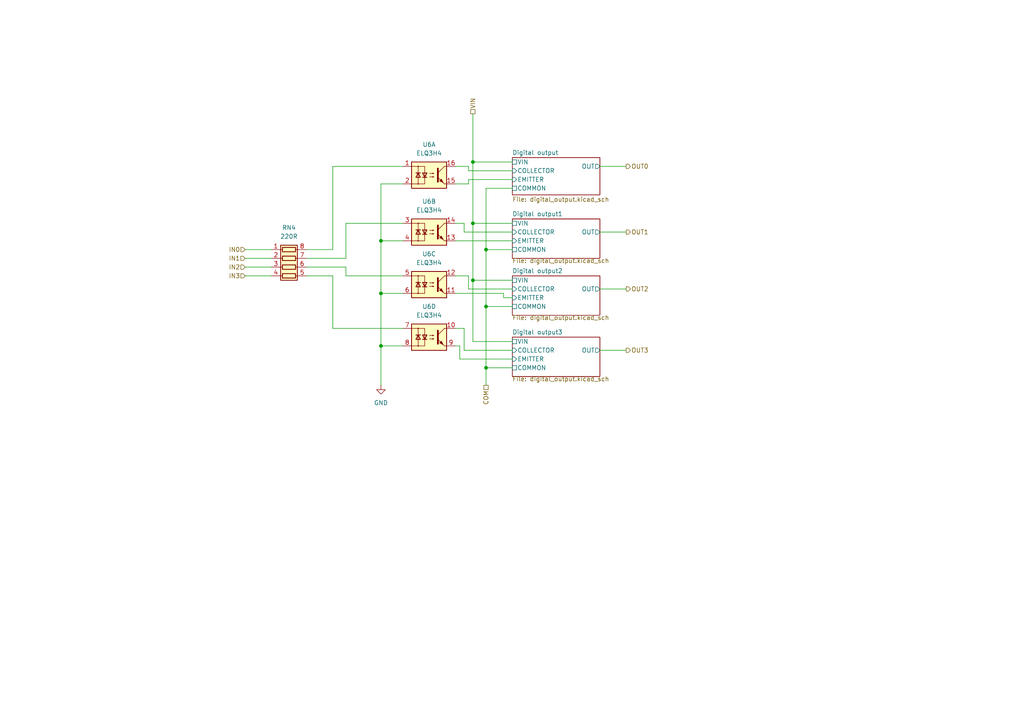
<source format=kicad_sch>
(kicad_sch (version 20231120) (generator "eeschema") (generator_version "8.0")
  (paper "A4")
  (lib_symbols
    (symbol "Device:R_Pack04" (pin_names (offset 0) hide)
      (property "Reference" "RN" (at -7.62 0 90))
      (property "Value" "R_Pack04" (at 5.08 0 90))
      (symbol "R_Pack04_0_1"
        (rectangle (start -6.35 -2.413) (end 3.81 2.413) (stroke (width 0.254)) (fill (type background)))
        (rectangle (start -5.715 1.905) (end -4.445 -1.905) (stroke (width 0.254)))
        (rectangle (start -3.175 1.905) (end -1.905 -1.905) (stroke (width 0.254)))
        (rectangle (start -0.635 1.905) (end 0.635 -1.905) (stroke (width 0.254)))
        (polyline (pts (xy -5.08 -2.54) (xy -5.08 -1.905)))
        (polyline (pts (xy -5.08 1.905) (xy -5.08 2.54)))
        (polyline (pts (xy -2.54 -2.54) (xy -2.54 -1.905)))
        (polyline (pts (xy -2.54 1.905) (xy -2.54 2.54)))
        (polyline (pts (xy 0 -2.54) (xy 0 -1.905)))
        (polyline (pts (xy 0 1.905) (xy 0 2.54)))
        (polyline (pts (xy 2.54 -2.54) (xy 2.54 -1.905)))
        (polyline (pts (xy 2.54 1.905) (xy 2.54 2.54)))
        (rectangle (start 1.905 1.905) (end 3.175 -1.905) (stroke (width 0.254)))
      )
      (symbol "R_Pack04_1_1"
        (pin passive line (at -5.08 -5.08 90) (length 2.54) (name "R1.1") (number "1"))
        (pin passive line (at -2.54 -5.08 90) (length 2.54) (name "R2.1") (number "2"))
        (pin passive line (at 0 -5.08 90) (length 2.54) (name "R3.1") (number "3"))
        (pin passive line (at 2.54 -5.08 90) (length 2.54) (name "R4.1") (number "4"))
        (pin passive line (at 2.54 5.08 270) (length 2.54) (name "R4.2") (number "5"))
        (pin passive line (at 0 5.08 270) (length 2.54) (name "R3.2") (number "6"))
        (pin passive line (at -2.54 5.08 270) (length 2.54) (name "R2.2") (number "7"))
        (pin passive line (at -5.08 5.08 270) (length 2.54) (name "R1.2") (number "8"))
      )
    )
    (symbol "hadv-buffers-translators:ELQ3H4" (pin_names (offset 1.016))
      (property "Reference" "U" (at -5.08 5.08 0))
      (property "Value" "ELQ3H4" (at 0 5.08 0))
      (symbol "ELQ3H4_0_1"
        (rectangle (start -5.08 3.81) (end 5.08 -3.81) (stroke (width 0.254)) (fill (type background)))
        (circle (center -3.175 -2.54) (radius 0.127))
        (circle (center -3.175 2.54) (radius 0.127))
        (polyline (pts (xy -3.81 0.635) (xy -2.54 0.635)) (stroke (width 0.254)))
        (polyline (pts (xy -3.175 0.635) (xy -3.175 -2.54)))
        (polyline (pts (xy -3.175 0.635) (xy -3.175 2.54)))
        (polyline (pts (xy -1.905 -0.635) (xy -0.635 -0.635)) (stroke (width 0.254)))
        (polyline (pts (xy 2.54 0.635) (xy 4.445 2.54)))
        (polyline (pts (xy 4.445 -2.54) (xy 2.54 -0.635)) (fill (type outline)))
        (polyline (pts (xy 4.445 -2.54) (xy 5.08 -2.54)))
        (polyline (pts (xy 4.445 2.54) (xy 5.08 2.54)))
        (polyline (pts (xy -5.08 2.54) (xy -1.27 2.54) (xy -1.27 -0.635)))
        (polyline (pts (xy -1.27 -0.635) (xy -1.27 -2.54) (xy -5.08 -2.54)))
        (polyline (pts (xy 2.54 1.905) (xy 2.54 -1.905) (xy 2.54 -1.905)) (stroke (width 0.508)))
        (polyline (pts (xy -3.175 0.635) (xy -3.81 -0.635) (xy -2.54 -0.635) (xy -3.175 0.635)) (stroke (width 0.254)))
        (polyline (pts (xy -1.27 -0.635) (xy -1.905 0.635) (xy -0.635 0.635) (xy -1.27 -0.635)) (stroke (width 0.254)))
        (polyline (pts (xy 0.127 -0.508) (xy 1.397 -0.508) (xy 1.016 -0.635) (xy 1.016 -0.381) (xy 1.397 -0.508)))
        (polyline (pts (xy 0.127 0.508) (xy 1.397 0.508) (xy 1.016 0.381) (xy 1.016 0.635) (xy 1.397 0.508)))
        (polyline (pts (xy 3.048 -1.651) (xy 3.556 -1.143) (xy 4.064 -2.159) (xy 3.048 -1.651) (xy 3.048 -1.651)) (fill (type outline)))
      )
      (symbol "ELQ3H4_1_1"
        (pin passive line (at -7.62 2.54 0) (length 2.54) (name "~") (number "1"))
        (pin passive line (at 7.62 -2.54 180) (length 2.54) (name "~") (number "15"))
        (pin passive line (at 7.62 2.54 180) (length 2.54) (name "~") (number "16"))
        (pin passive line (at -7.62 -2.54 0) (length 2.54) (name "~") (number "2"))
      )
      (symbol "ELQ3H4_2_1"
        (pin passive line (at 7.62 -2.54 180) (length 2.54) (name "~") (number "13"))
        (pin passive line (at 7.62 2.54 180) (length 2.54) (name "~") (number "14"))
        (pin passive line (at -7.62 2.54 0) (length 2.54) (name "~") (number "3"))
        (pin passive line (at -7.62 -2.54 0) (length 2.54) (name "~") (number "4"))
      )
      (symbol "ELQ3H4_3_1"
        (pin passive line (at 7.62 -2.54 180) (length 2.54) (name "~") (number "11"))
        (pin passive line (at 7.62 2.54 180) (length 2.54) (name "~") (number "12"))
        (pin passive line (at -7.62 2.54 0) (length 2.54) (name "~") (number "5"))
        (pin passive line (at -7.62 -2.54 0) (length 2.54) (name "~") (number "6"))
      )
      (symbol "ELQ3H4_4_1"
        (pin passive line (at 7.62 2.54 180) (length 2.54) (name "~") (number "10"))
        (pin passive line (at -7.62 2.54 0) (length 2.54) (name "~") (number "7"))
        (pin passive line (at -7.62 -2.54 0) (length 2.54) (name "~") (number "8"))
        (pin passive line (at 7.62 -2.54 180) (length 2.54) (name "~") (number "9"))
      )
    )
    (symbol "power:GND" (power) (pin_numbers hide) (pin_names (offset 0) hide)
      (property "Value" "GND" (at 0 -3.81 0))
      (symbol "GND_0_1"
        (polyline (pts (xy 0 0) (xy 0 -1.27) (xy 1.27 -1.27) (xy 0 -2.54) (xy -1.27 -1.27) (xy 0 -1.27)))
      )
      (symbol "GND_1_1"
        (pin power_in line (at 0 0 270) (length 0) (name "~") (number "1"))
      )
    )
  )
  (junction (at 110.49 69.85))
  (junction (at 137.16 81.28))
  (junction (at 110.49 100.33))
  (junction (at 140.97 106.68))
  (junction (at 137.16 46.99))
  (junction (at 140.97 72.39))
  (junction (at 110.49 85.09))
  (junction (at 140.97 88.9))
  (junction (at 137.16 64.77))
  (wire (pts (xy 140.97 88.9) (xy 140.97 106.68)))
  (wire (pts (xy 137.16 99.06) (xy 137.16 81.28)))
  (wire (pts (xy 132.08 85.09) (xy 146.05 85.09)))
  (wire (pts (xy 110.49 100.33) (xy 110.49 111.76)))
  (wire (pts (xy 173.99 101.6) (xy 181.61 101.6)))
  (wire (pts (xy 148.59 81.28) (xy 137.16 81.28)))
  (wire (pts (xy 140.97 72.39) (xy 148.59 72.39)))
  (wire (pts (xy 146.05 85.09) (xy 146.05 86.36)))
  (wire (pts (xy 134.62 95.25) (xy 132.08 95.25)))
  (wire (pts (xy 96.52 48.26) (xy 116.84 48.26)))
  (wire (pts (xy 146.05 86.36) (xy 148.59 86.36)))
  (wire (pts (xy 140.97 88.9) (xy 148.59 88.9)))
  (wire (pts (xy 110.49 69.85) (xy 116.84 69.85)))
  (wire (pts (xy 133.35 104.14) (xy 148.59 104.14)))
  (wire (pts (xy 88.9 77.47) (xy 100.33 77.47)))
  (wire (pts (xy 137.16 46.99) (xy 137.16 33.02)))
  (wire (pts (xy 133.35 100.33) (xy 133.35 104.14)))
  (wire (pts (xy 148.59 49.53) (xy 135.89 49.53)))
  (wire (pts (xy 71.12 80.01) (xy 78.74 80.01)))
  (wire (pts (xy 88.9 72.39) (xy 96.52 72.39)))
  (wire (pts (xy 173.99 67.31) (xy 181.61 67.31)))
  (wire (pts (xy 135.89 53.34) (xy 135.89 52.07)))
  (wire (pts (xy 100.33 77.47) (xy 100.33 80.01)))
  (wire (pts (xy 110.49 53.34) (xy 110.49 69.85)))
  (wire (pts (xy 110.49 100.33) (xy 116.84 100.33)))
  (wire (pts (xy 140.97 106.68) (xy 148.59 106.68)))
  (wire (pts (xy 134.62 67.31) (xy 148.59 67.31)))
  (wire (pts (xy 134.62 101.6) (xy 134.62 95.25)))
  (wire (pts (xy 148.59 64.77) (xy 137.16 64.77)))
  (wire (pts (xy 88.9 74.93) (xy 100.33 74.93)))
  (wire (pts (xy 132.08 64.77) (xy 134.62 64.77)))
  (wire (pts (xy 116.84 53.34) (xy 110.49 53.34)))
  (wire (pts (xy 137.16 46.99) (xy 148.59 46.99)))
  (wire (pts (xy 100.33 64.77) (xy 116.84 64.77)))
  (wire (pts (xy 110.49 85.09) (xy 110.49 100.33)))
  (wire (pts (xy 135.89 80.01) (xy 132.08 80.01)))
  (wire (pts (xy 148.59 99.06) (xy 137.16 99.06)))
  (wire (pts (xy 148.59 83.82) (xy 135.89 83.82)))
  (wire (pts (xy 71.12 77.47) (xy 78.74 77.47)))
  (wire (pts (xy 110.49 69.85) (xy 110.49 85.09)))
  (wire (pts (xy 132.08 100.33) (xy 133.35 100.33)))
  (wire (pts (xy 88.9 80.01) (xy 96.52 80.01)))
  (wire (pts (xy 137.16 81.28) (xy 137.16 64.77)))
  (wire (pts (xy 173.99 83.82) (xy 181.61 83.82)))
  (wire (pts (xy 137.16 64.77) (xy 137.16 46.99)))
  (wire (pts (xy 96.52 72.39) (xy 96.52 48.26)))
  (wire (pts (xy 96.52 80.01) (xy 96.52 95.25)))
  (wire (pts (xy 148.59 54.61) (xy 140.97 54.61)))
  (wire (pts (xy 71.12 74.93) (xy 78.74 74.93)))
  (wire (pts (xy 140.97 72.39) (xy 140.97 88.9)))
  (wire (pts (xy 135.89 49.53) (xy 135.89 48.26)))
  (wire (pts (xy 132.08 69.85) (xy 148.59 69.85)))
  (wire (pts (xy 132.08 53.34) (xy 135.89 53.34)))
  (wire (pts (xy 96.52 95.25) (xy 116.84 95.25)))
  (wire (pts (xy 71.12 72.39) (xy 78.74 72.39)))
  (wire (pts (xy 100.33 80.01) (xy 116.84 80.01)))
  (wire (pts (xy 140.97 106.68) (xy 140.97 111.76)))
  (wire (pts (xy 135.89 52.07) (xy 148.59 52.07)))
  (wire (pts (xy 110.49 85.09) (xy 116.84 85.09)))
  (wire (pts (xy 173.99 48.26) (xy 181.61 48.26)))
  (wire (pts (xy 135.89 48.26) (xy 132.08 48.26)))
  (wire (pts (xy 134.62 64.77) (xy 134.62 67.31)))
  (wire (pts (xy 148.59 101.6) (xy 134.62 101.6)))
  (wire (pts (xy 135.89 83.82) (xy 135.89 80.01)))
  (wire (pts (xy 100.33 74.93) (xy 100.33 64.77)))
  (wire (pts (xy 140.97 54.61) (xy 140.97 72.39)))
  (hierarchical_label "OUT2" (shape output) (at 181.61 83.82 0))
  (hierarchical_label "IN2" (shape input) (at 71.12 77.47 180))
  (hierarchical_label "VIN" (shape passive) (at 137.16 33.02 90))
  (hierarchical_label "IN0" (shape input) (at 71.12 72.39 180))
  (hierarchical_label "OUT1" (shape output) (at 181.61 67.31 0))
  (hierarchical_label "COM" (shape passive) (at 140.97 111.76 270))
  (hierarchical_label "IN1" (shape input) (at 71.12 74.93 180))
  (hierarchical_label "OUT0" (shape output) (at 181.61 48.26 0))
  (hierarchical_label "OUT3" (shape output) (at 181.61 101.6 0))
  (hierarchical_label "IN3" (shape input) (at 71.12 80.01 180))
  (symbol (lib_id "hadv-buffers-translators:ELQ3H4") (at 124.46 50.8 0) (unit 1)
    (property "Reference" "U6" (at 124.46 41.91 0))
    (property "Value" "ELQ3H4" (at 124.46 44.45 0))
    (property "Footprint" "Package_SO:SOIC-16W_5.3x10.2mm_P1.27mm" (effects (hide yes)))
    (property "Datasheet" "https://datasheet.lcsc.com/lcsc/1810301025_Everlight-Elec-ELQ3H4-TA-G_C150957.pdf" (effects (hide yes)))
    (property "Description" "Quad AC/DC Optocoupler, Vce 80V, CTR 20%, SOIC-16" (effects (hide yes)))
    (property "MPN" "ELQ3H4(TA)-G" (effects (hide yes)))
    (property "Manufacturer" "Everlight Elec" (effects (hide yes)))
    (property "LCSC#" "C150957" (effects (hide yes)))
    (instances (project "rioctrl-shiftio" (path "" (reference "U6") (unit 1)) (path "" (reference "U5") (unit 1)) (path "" (reference "U4") (unit 1)) (path "" (reference "U3") (unit 1))))
  )
  (symbol (lib_id "hadv-buffers-translators:ELQ3H4") (at 124.46 67.31 0) (unit 2)
    (property "Reference" "U6" (at 124.46 58.42 0))
    (property "Value" "ELQ3H4" (at 124.46 60.96 0))
    (property "Footprint" "Package_SO:SOIC-16W_5.3x10.2mm_P1.27mm" (effects (hide yes)))
    (property "Datasheet" "https://datasheet.lcsc.com/lcsc/1810301025_Everlight-Elec-ELQ3H4-TA-G_C150957.pdf" (effects (hide yes)))
    (property "Description" "Quad AC/DC Optocoupler, Vce 80V, CTR 20%, SOIC-16" (effects (hide yes)))
    (property "MPN" "ELQ3H4(TA)-G" (effects (hide yes)))
    (property "Manufacturer" "Everlight Elec" (effects (hide yes)))
    (property "LCSC#" "C150957" (effects (hide yes)))
    (instances (project "rioctrl-shiftio" (path "" (reference "U6") (unit 2)) (path "" (reference "U5") (unit 2)) (path "" (reference "U4") (unit 2)) (path "" (reference "U3") (unit 2))))
  )
  (symbol (lib_id "hadv-buffers-translators:ELQ3H4") (at 124.46 82.55 0) (unit 3)
    (property "Reference" "U6" (at 124.46 73.66 0))
    (property "Value" "ELQ3H4" (at 124.46 76.2 0))
    (property "Footprint" "Package_SO:SOIC-16W_5.3x10.2mm_P1.27mm" (effects (hide yes)))
    (property "Datasheet" "https://datasheet.lcsc.com/lcsc/1810301025_Everlight-Elec-ELQ3H4-TA-G_C150957.pdf" (effects (hide yes)))
    (property "Description" "Quad AC/DC Optocoupler, Vce 80V, CTR 20%, SOIC-16" (effects (hide yes)))
    (property "MPN" "ELQ3H4(TA)-G" (effects (hide yes)))
    (property "Manufacturer" "Everlight Elec" (effects (hide yes)))
    (property "LCSC#" "C150957" (effects (hide yes)))
    (instances (project "rioctrl-shiftio" (path "" (reference "U6") (unit 3)) (path "" (reference "U5") (unit 3)) (path "" (reference "U4") (unit 3)) (path "" (reference "U3") (unit 3))))
  )
  (symbol (lib_id "power:GND") (at 110.49 111.76 0) (unit 1)
    (property "Reference" "#PWR020" (effects (hide yes)))
    (property "Value" "GND" (at 110.49 116.84 0))
    (property "Description" "Power symbol creates a global label with name \"GND\" , ground" (effects (hide yes)))
    (instances (project "rioctrl-shiftio" (path "" (reference "#PWR020") (unit 1)) (path "" (reference "#PWR019") (unit 1)) (path "" (reference "#PWR018") (unit 1)) (path "" (reference "#PWR017") (unit 1))))
  )
  (symbol (lib_id "hadv-buffers-translators:ELQ3H4") (at 124.46 97.79 0) (unit 4)
    (property "Reference" "U6" (at 124.46 88.9 0))
    (property "Value" "ELQ3H4" (at 124.46 91.44 0))
    (property "Footprint" "Package_SO:SOIC-16W_5.3x10.2mm_P1.27mm" (effects (hide yes)))
    (property "Datasheet" "https://datasheet.lcsc.com/lcsc/1810301025_Everlight-Elec-ELQ3H4-TA-G_C150957.pdf" (effects (hide yes)))
    (property "Description" "Quad AC/DC Optocoupler, Vce 80V, CTR 20%, SOIC-16" (effects (hide yes)))
    (property "MPN" "ELQ3H4(TA)-G" (effects (hide yes)))
    (property "Manufacturer" "Everlight Elec" (effects (hide yes)))
    (property "LCSC#" "C150957" (effects (hide yes)))
    (instances (project "rioctrl-shiftio" (path "" (reference "U6") (unit 4)) (path "" (reference "U5") (unit 4)) (path "" (reference "U4") (unit 4)) (path "" (reference "U3") (unit 4))))
  )
  (symbol (lib_id "Device:R_Pack04") (at 83.82 77.47 270) (unit 1)
    (property "Reference" "RN4" (at 83.82 66.04 90))
    (property "Value" "220R" (at 83.82 68.58 90))
    (property "Footprint" "Resistor_SMD:R_Array_Convex_4x0603" (effects (hide yes)))
    (property "Description" "4 resistor network, parallel topology" (effects (hide yes)))
    (property "LCSC#" "C706474" (effects (hide yes)))
    (instances (project "rioctrl-shiftio" (path "" (reference "RN4") (unit 1)) (path "" (reference "RN3") (unit 1)) (path "" (reference "RN2") (unit 1)) (path "" (reference "RN1") (unit 1))))
  )
  (sheet (at 148.59 63.5) (size 25.4 11.43) (stroke (width 0.1524))
    (property "Sheetname" "Digital output1" (at 148.59 62.7884 0) (effects (justify left bottom)))
    (property "Sheetfile" "digital_output.kicad_sch" (at 148.59 74.8796 0) (effects (justify left top)))
    (pin "COLLECTOR" input (at 148.59 67.31 180))
    (pin "VIN" passive (at 148.59 64.77 180))
    (pin "OUT" output (at 173.99 67.31 0))
    (pin "EMITTER" input (at 148.59 69.85 180))
    (pin "COMMON" passive (at 148.59 72.39 180))
  )
  (sheet (at 148.59 45.72) (size 25.4 10.795) (stroke (width 0.1524))
    (property "Sheetname" "Digital output" (at 148.59 45.0084 0) (effects (justify left bottom)))
    (property "Sheetfile" "digital_output.kicad_sch" (at 148.59 57.0996 0) (effects (justify left top)))
    (pin "COLLECTOR" input (at 148.59 49.53 180))
    (pin "VIN" passive (at 148.59 46.99 180))
    (pin "OUT" output (at 173.99 48.26 0))
    (pin "EMITTER" input (at 148.59 52.07 180))
    (pin "COMMON" passive (at 148.59 54.61 180))
  )
  (sheet (at 148.59 97.79) (size 25.4 11.43) (stroke (width 0.1524))
    (property "Sheetname" "Digital output3" (at 148.59 97.0784 0) (effects (justify left bottom)))
    (property "Sheetfile" "digital_output.kicad_sch" (at 148.59 109.1696 0) (effects (justify left top)))
    (pin "COLLECTOR" input (at 148.59 101.6 180))
    (pin "VIN" passive (at 148.59 99.06 180))
    (pin "OUT" output (at 173.99 101.6 0))
    (pin "EMITTER" input (at 148.59 104.14 180))
    (pin "COMMON" passive (at 148.59 106.68 180))
  )
  (sheet (at 148.59 80.01) (size 25.4 11.43) (stroke (width 0.1524))
    (property "Sheetname" "Digital output2" (at 148.59 79.2984 0) (effects (justify left bottom)))
    (property "Sheetfile" "digital_output.kicad_sch" (at 148.59 91.3896 0) (effects (justify left top)))
    (pin "COLLECTOR" input (at 148.59 83.82 180))
    (pin "VIN" passive (at 148.59 81.28 180))
    (pin "OUT" output (at 173.99 83.82 0))
    (pin "EMITTER" input (at 148.59 86.36 180))
    (pin "COMMON" passive (at 148.59 88.9 180))
  )
)
</source>
